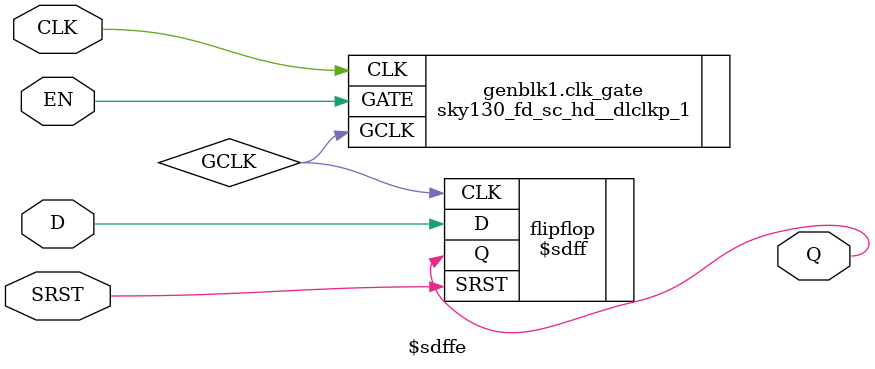
<source format=v>
module \$adffe (ARST, CLK, D, EN, Q);
    parameter ARST_POLARITY =1'b1;
    parameter ARST_VALUE  =1'b0;
    parameter CLK_POLARITY =1'b1;
    parameter EN_POLARITY =1'b1;
    parameter WIDTH =1;

    input ARST, CLK, EN;
    input [WIDTH -1 :0] D; 
    output [WIDTH -1 :0] Q;

    wire GCLK;

    generate
        if (WIDTH < 4) begin
                sky130_fd_sc_hd__dlclkp_1  clk_gate ( .GCLK(GCLK), .CLK(CLK), .GATE(EN) );
                end
            else if (WIDTH < 17) begin
                sky130_fd_sc_hd__dlclkp_2  clk_gate ( .GCLK(GCLK), .CLK(CLK), .GATE(EN) );
                end
            else begin
                sky130_fd_sc_hd__dlclkp_4  clk_gate ( .GCLK(GCLK), .CLK(CLK), .GATE(EN) );
        end
    endgenerate

    $adff  #( 
            .WIDTH(WIDTH), 
            .CLK_POLARITY(CLK_POLARITY),
            .ARST_VALUE(ARST_VALUE) ,
            .ARST_POLARITY (ARST_POLARITY)
            ) 
            flipflop(  
            .CLK(GCLK), 
            .ARST(ARST),
            .D(D), 
            .Q(Q)
            );
endmodule

//////////////////////////////////////////////////////////////////////////////////////
//////////////////////////////////////////////////////////////////////////////////////

module \$dffe ( CLK, D, EN, Q);
    parameter CLK_POLARITY =1'b1;
    parameter EN_POLARITY =1'b1;
    parameter WIDTH =1;

    input  CLK, EN;
    input [WIDTH -1:0] D; 
    output [WIDTH -1:0] Q;

    wire GCLK;

    generate
        if (WIDTH < 4) begin
                sky130_fd_sc_hd__dlclkp_1  clk_gate ( .GCLK(GCLK), .CLK(CLK), .GATE(EN) );
                end
            else if (WIDTH < 17) begin
                sky130_fd_sc_hd__dlclkp_2  clk_gate ( .GCLK(GCLK), .CLK(CLK), .GATE(EN) );
                end
            else begin
                sky130_fd_sc_hd__dlclkp_4  clk_gate ( .GCLK(GCLK), .CLK(CLK), .GATE(EN) );
        end
    endgenerate

    $dff  #( 
            .WIDTH(WIDTH), 
            .CLK_POLARITY(CLK_POLARITY),
            ) 
            flipflop(  
            .CLK(GCLK), 
            .D(D), 
            .Q(Q)
            );
endmodule

//////////////////////////////////////////////////////////////////////////////////////
//////////////////////////////////////////////////////////////////////////////////////

module \$dffsre ( CLK, EN, CLR, SET, D, Q);
    parameter CLK_POLARITY =1'b1;
    parameter EN_POLARITY =1'b1;
    parameter CLR_POLARITY =1'b1;
    parameter SET_POLARITY =1'b1;
    parameter WIDTH =1;

    input  CLK, EN, CLR, SET;
    input [WIDTH -1:0] D; 
    output [WIDTH -1:0] Q;

    wire GCLK;

    generate
        if (WIDTH < 4) begin
                sky130_fd_sc_hd__dlclkp_1  clk_gate ( .GCLK(GCLK), .CLK(CLK), .GATE(EN) );
                end
            else if (WIDTH < 17) begin
                sky130_fd_sc_hd__dlclkp_2  clk_gate ( .GCLK(GCLK), .CLK(CLK), .GATE(EN) );
                end
            else begin
                sky130_fd_sc_hd__dlclkp_4  clk_gate ( .GCLK(GCLK), .CLK(CLK), .GATE(EN) );
        end
    endgenerate

    $dffsr  #( 
            .WIDTH(WIDTH), 
            .CLK_POLARITY(CLK_POLARITY),
            .CLR_POLARITY(CLR_POLARITY), 
            .SET_POLARITY(SET_POLARITY)
            ) 
            flipflop(  
            .CLK(GCLK), 
            .CLR(CLR),
            .SET(SET),
            .D(D), 
            .Q(Q)
            );
endmodule

//////////////////////////////////////////////////////////////////////////////////////
//////////////////////////////////////////////////////////////////////////////////////

//module \$aldffe ( CLK, EN, ALOAD, D, Q);
//    parameter CLK_POLARITY =1'b1;
//    parameter EN_POLARITY =1'b1;
//    parameter ALOAD_POLARITY =1'b1;
//    parameter WIDTH =1;

//    input  CLK, EN, CLR, SET;
//    input [WIDTH -1:0] D; 
//    output [WIDTH -1:0] Q;

//    wire GCLK;

//    generate
//        if (WIDTH < 4) begin
//                sky130_fd_sc_hd__dlclkp_1  clk_gate ( .GCLK(GCLK), .CLK(CLK), .GATE(EN) );
//                end
//            else if (WIDTH < 17) begin
//                sky130_fd_sc_hd__dlclkp_2  clk_gate ( .GCLK(GCLK), .CLK(CLK), .GATE(EN) );
//                end
//            else begin
//                sky130_fd_sc_hd__dlclkp_4  clk_gate ( .GCLK(GCLK), .CLK(CLK), .GATE(EN) );
//        end
//    endgenerate

//    $aldff  #( 
//            .WIDTH(WIDTH), 
//            .CLK_POLARITY(CLK_POLARITY),
//            .CLR_POLARITY(CLR_POLARITY), 
//            ) 
//            flipflop(  
//            .CLK(GCLK), 
//            .D(D), 
//            .Q(Q)
//            );
//endmodule

//////////////////////////////////////////////////////////////////////////////////////
//////////////////////////////////////////////////////////////////////////////////////

//$sdffe #(.CLK_POLARITY(1'b1), .EN_POLARITY(1'b1), .SRST_POLARITY(1'b0),
// .SRST_VALUE(2'h2), .WIDTH(2)) ff1 (.CLK(CLK), .SRST(1'b0), .EN(EN), .D(D), .Q(Q[3:2]));

module \$sdffe ( CLK, EN, SRST, D, Q);
    parameter CLK_POLARITY =1'b1;
    parameter EN_POLARITY =1'b1;
    parameter SRST_POLARITY =1'b1;
    parameter SRST_VALUE =1'b1;
    parameter WIDTH =1;

    input  CLK, EN, SRST;
    input [WIDTH -1:0] D; 
    output [WIDTH -1:0] Q;

    wire GCLK;

    generate
        if (WIDTH < 4) begin
                sky130_fd_sc_hd__dlclkp_1  clk_gate ( .GCLK(GCLK), .CLK(CLK), .GATE(EN) );
                end
            else if (WIDTH < 17) begin
                sky130_fd_sc_hd__dlclkp_2  clk_gate ( .GCLK(GCLK), .CLK(CLK), .GATE(EN) );
                end
            else begin
                sky130_fd_sc_hd__dlclkp_4  clk_gate ( .GCLK(GCLK), .CLK(CLK), .GATE(EN) );
        end
    endgenerate

    $sdff  #( 
            .WIDTH(WIDTH), 
            .CLK_POLARITY(CLK_POLARITY),
            .SRST_POLARITY(SRST_POLARITY), 
            .SRST_VALUE(SRST_VALUE)
            ) 
            flipflop(  
            .CLK(GCLK), 
            .SRST(SRST),
            .D(D), 
            .Q(Q)
            );
endmodule


//$sdff #(.CLK_POLARITY(1'b1), .SRST_POLARITY(1'b1), .SRST_VALUE(2'h2), .WIDTH(2)) ff0 (.CLK(CLK), .SRST(1'b1), .D(D), .Q(Q[1:0]));

	//RTLIL::Cell* addSr    (RTLIL::IdString name, const RTLIL::SigSpec &sig_set, const RTLIL::SigSpec &sig_clr, const RTLIL::SigSpec &sig_q, bool set_polarity = true, bool clr_polarity = true, const std::string &src = "");
	//RTLIL::Cell* addFf    (RTLIL::IdString name, const RTLIL::SigSpec &sig_d, const RTLIL::SigSpec &sig_q, const std::string &src = "");
	//RTLIL::Cell* addDff   (RTLIL::IdString name, const RTLIL::SigSpec &sig_clk, const RTLIL::SigSpec &sig_d,   const RTLIL::SigSpec &sig_q, bool clk_polarity = true, const std::string &src = "");
	//RTLIL::Cell* addDffe  (RTLIL::IdString name, const RTLIL::SigSpec &sig_clk, const RTLIL::SigSpec &sig_en,  const RTLIL::SigSpec &sig_d, const RTLIL::SigSpec &sig_q, bool clk_polarity = true, bool en_polarity = true, const std::string &src = "");
	
    //RTLIL::Cell* addDffsr (RTLIL::IdString name, const RTLIL::SigSpec &sig_clk, const RTLIL::SigSpec &sig_set, const RTLIL::SigSpec &sig_clr, RTLIL::SigSpec sig_d, const RTLIL::SigSpec &sig_q, bool clk_polarity = true, bool set_polarity = true, bool clr_polarity = true, const std::string &src = "");
	//RTLIL::Cell* addDffsre (RTLIL::IdString name, const RTLIL::SigSpec &sig_clk, const RTLIL::SigSpec &sig_en, const RTLIL::SigSpec &sig_set, const RTLIL::SigSpec &sig_clr, RTLIL::SigSpec sig_d, const RTLIL::SigSpec &sig_q, bool clk_polarity = true, bool en_polarity = true, bool set_polarity = true, bool clr_polarity = true, const std::string &src = "");
	
    //RTLIL::Cell* addAdff (RTLIL::IdString name, const RTLIL::SigSpec &sig_clk, const RTLIL::SigSpec &sig_arst, const RTLIL::SigSpec &sig_d, const RTLIL::SigSpec &sig_q, RTLIL::Const arst_value, bool clk_polarity = true, bool arst_polarity = true, const std::string &src = "");
	//RTLIL::Cell* addAdffe (RTLIL::IdString name, const RTLIL::SigSpec &sig_clk, const RTLIL::SigSpec &sig_en, const RTLIL::SigSpec &sig_arst,  const RTLIL::SigSpec &sig_d, const RTLIL::SigSpec &sig_q, RTLIL::Const arst_value, bool clk_polarity = true, bool en_polarity = true, bool arst_polarity = true, const std::string &src = "");
	
    //RTLIL::Cell* addAldff (RTLIL::IdString name, const RTLIL::SigSpec &sig_clk, const RTLIL::SigSpec &sig_aload, const RTLIL::SigSpec &sig_d, const RTLIL::SigSpec &sig_q, const RTLIL::SigSpec &sig_ad, bool clk_polarity = true, bool aload_polarity = true, const std::string &src = "");
	//RTLIL::Cell* addAldffe (RTLIL::IdString name, const RTLIL::SigSpec &sig_clk, const RTLIL::SigSpec &sig_en, const RTLIL::SigSpec &sig_aload,  const RTLIL::SigSpec &sig_d, const RTLIL::SigSpec &sig_q, const RTLIL::SigSpec &sig_ad, bool clk_polarity = true, bool en_polarity = true, bool aload_polarity = true, const std::string &src = "");
	//RTLIL::Cell* addSdff (RTLIL::IdString name, const RTLIL::SigSpec &sig_clk, const RTLIL::SigSpec &sig_srst, const RTLIL::SigSpec &sig_d, const RTLIL::SigSpec &sig_q, RTLIL::Const srst_value, bool clk_polarity = true, bool srst_polarity = true, const std::string &src = "");
	//RTLIL::Cell* addSdffe (RTLIL::IdString name, const RTLIL::SigSpec &sig_clk, const RTLIL::SigSpec &sig_en, const RTLIL::SigSpec &sig_srst,  const RTLIL::SigSpec &sig_d, const RTLIL::SigSpec &sig_q, RTLIL::Const srst_value, bool clk_polarity = true, bool en_polarity = true, bool srst_polarity = true, const std::string &src = "");
	//RTLIL::Cell* addSdffce (RTLIL::IdString name, const RTLIL::SigSpec &sig_clk, const RTLIL::SigSpec &sig_en, const RTLIL::SigSpec &sig_srst, const RTLIL::SigSpec &sig_d, const RTLIL::SigSpec &sig_q, RTLIL::Const srst_value, bool clk_polarity = true, bool en_polarity = true, bool srst_polarity = true, const std::string &src = "");
	//RTLIL::Cell* addDlatch (RTLIL::IdString name, const RTLIL::SigSpec &sig_en, const RTLIL::SigSpec &sig_d, const RTLIL::SigSpec &sig_q, bool en_polarity = true, const std::string &src = "");
	//RTLIL::Cell* addAdlatch (RTLIL::IdString name, const RTLIL::SigSpec &sig_en, const RTLIL::SigSpec &sig_arst, const RTLIL::SigSpec &sig_d, const RTLIL::SigSpec &sig_q, RTLIL::Const arst_value, bool en_polarity = true, bool arst_polarity = true, const std::string &src = "");
	//RTLIL::Cell* addDlatchsr (RTLIL::IdString name, const RTLIL::SigSpec &sig_en, const RTLIL::SigSpec &sig_set, const RTLIL::SigSpec &sig_clr, RTLIL::SigSpec sig_d, const RTLIL::SigSpec &sig_q, bool en_polarity = true, bool set_polarity = true, bool clr_polarity = true, const std::string &src = "");

</source>
